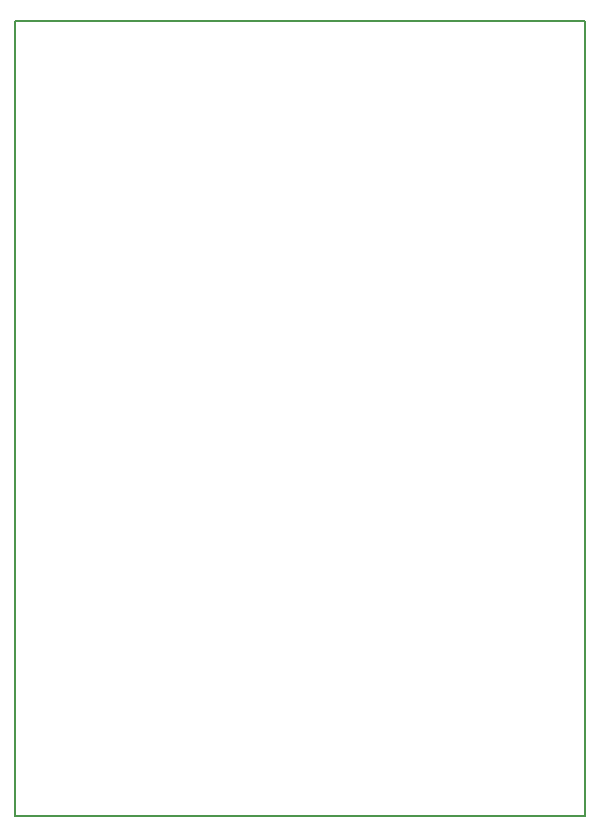
<source format=gbr>
%TF.GenerationSoftware,KiCad,Pcbnew,(6.0.2)*%
%TF.CreationDate,2022-03-10T22:08:29-05:00*%
%TF.ProjectId,SmartSole-Rev1,536d6172-7453-46f6-9c65-2d526576312e,rev?*%
%TF.SameCoordinates,Original*%
%TF.FileFunction,Profile,NP*%
%FSLAX46Y46*%
G04 Gerber Fmt 4.6, Leading zero omitted, Abs format (unit mm)*
G04 Created by KiCad (PCBNEW (6.0.2)) date 2022-03-10 22:08:29*
%MOMM*%
%LPD*%
G01*
G04 APERTURE LIST*
%TA.AperFunction,Profile*%
%ADD10C,0.200000*%
%TD*%
G04 APERTURE END LIST*
D10*
X59562492Y-32590000D02*
X107822499Y-32590000D01*
X107822499Y-32590000D02*
X107822499Y-99900003D01*
X107822499Y-99900003D02*
X59562492Y-99900003D01*
X59562492Y-99900003D02*
X59562492Y-32590000D01*
M02*

</source>
